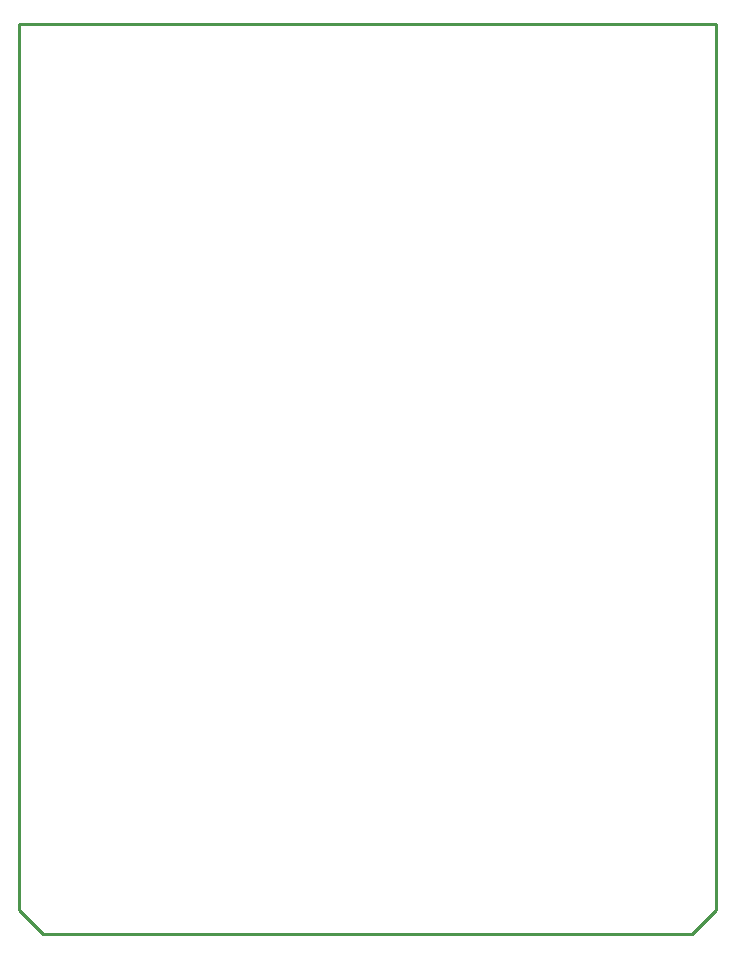
<source format=gbr>
G04 EAGLE Gerber RS-274X export*
G75*
%MOMM*%
%FSLAX34Y34*%
%LPD*%
%IN*%
%IPPOS*%
%AMOC8*
5,1,8,0,0,1.08239X$1,22.5*%
G01*
%ADD10C,0.254000*%


D10*
X0Y20000D02*
X20000Y0D01*
X570000Y0D01*
X590000Y20000D01*
X590000Y770000D01*
X0Y770000D01*
X0Y20000D01*
M02*

</source>
